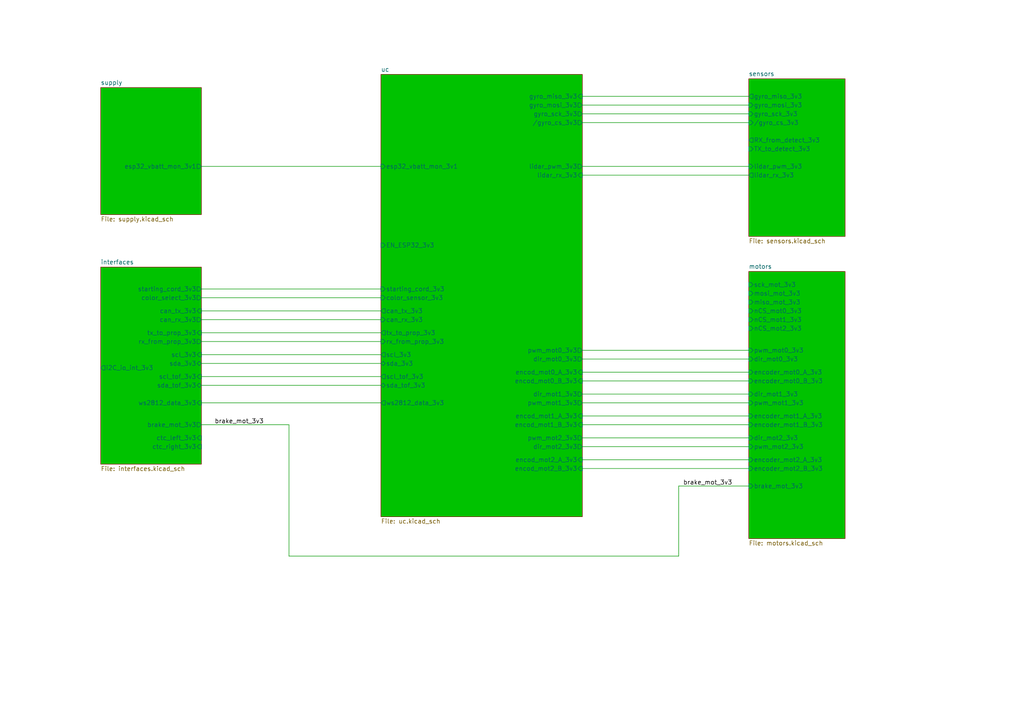
<source format=kicad_sch>
(kicad_sch
	(version 20231120)
	(generator "eeschema")
	(generator_version "8.0")
	(uuid "c1bd5504-d0b2-4cc3-94d1-261f58816249")
	(paper "A4")
	(lib_symbols)
	(wire
		(pts
			(xy 168.91 30.48) (xy 217.17 30.48)
		)
		(stroke
			(width 0)
			(type default)
		)
		(uuid "029ef9c7-5db8-490a-88aa-ed3b161e20e5")
	)
	(wire
		(pts
			(xy 168.91 116.84) (xy 217.17 116.84)
		)
		(stroke
			(width 0)
			(type default)
		)
		(uuid "04fa8afb-2271-4777-bce1-dd39c10db859")
	)
	(wire
		(pts
			(xy 58.42 111.76) (xy 110.49 111.76)
		)
		(stroke
			(width 0)
			(type default)
		)
		(uuid "0e097cb9-844f-4c7e-a224-3900b11edb49")
	)
	(wire
		(pts
			(xy 168.91 107.95) (xy 217.17 107.95)
		)
		(stroke
			(width 0)
			(type default)
		)
		(uuid "233c02aa-1382-4337-a8ea-d2dbc20dadf1")
	)
	(wire
		(pts
			(xy 168.91 135.89) (xy 217.17 135.89)
		)
		(stroke
			(width 0)
			(type default)
		)
		(uuid "2e6e702b-8e7c-48c4-a549-33ae99c6f6e4")
	)
	(wire
		(pts
			(xy 58.42 96.52) (xy 110.49 96.52)
		)
		(stroke
			(width 0)
			(type default)
		)
		(uuid "35fb18f0-df28-4824-9c86-1f101ada4ad7")
	)
	(wire
		(pts
			(xy 58.42 109.22) (xy 110.49 109.22)
		)
		(stroke
			(width 0)
			(type default)
		)
		(uuid "37eef18d-16f7-45ef-b78c-48e1eb49fe9f")
	)
	(wire
		(pts
			(xy 58.42 105.41) (xy 110.49 105.41)
		)
		(stroke
			(width 0)
			(type default)
		)
		(uuid "3f9d41d5-3ccb-470b-b237-fa8457d6346c")
	)
	(wire
		(pts
			(xy 168.91 33.02) (xy 217.17 33.02)
		)
		(stroke
			(width 0)
			(type default)
		)
		(uuid "48c7cc4c-05b3-4390-8416-3fc7ee31e922")
	)
	(wire
		(pts
			(xy 58.42 90.17) (xy 110.49 90.17)
		)
		(stroke
			(width 0)
			(type default)
		)
		(uuid "4d4b74f2-592b-4ba5-80ba-593759f345ff")
	)
	(wire
		(pts
			(xy 58.42 48.26) (xy 110.49 48.26)
		)
		(stroke
			(width 0)
			(type default)
		)
		(uuid "5d84559a-cbf7-45f4-bdd9-499fade1c017")
	)
	(wire
		(pts
			(xy 168.91 120.65) (xy 217.17 120.65)
		)
		(stroke
			(width 0)
			(type default)
		)
		(uuid "68b761ca-3de3-4c43-8c55-0e2b36d3bd22")
	)
	(wire
		(pts
			(xy 58.42 123.19) (xy 83.82 123.19)
		)
		(stroke
			(width 0)
			(type default)
		)
		(uuid "70602e8c-d823-400a-8a9e-7e3b8bcb8206")
	)
	(wire
		(pts
			(xy 168.91 129.54) (xy 217.17 129.54)
		)
		(stroke
			(width 0)
			(type default)
		)
		(uuid "78642b9f-b969-4e2e-919e-f5f23483329a")
	)
	(wire
		(pts
			(xy 168.91 101.6) (xy 217.17 101.6)
		)
		(stroke
			(width 0)
			(type default)
		)
		(uuid "8aa5cf58-458e-40d7-8e34-04712d4d062c")
	)
	(wire
		(pts
			(xy 110.49 102.87) (xy 58.42 102.87)
		)
		(stroke
			(width 0)
			(type default)
		)
		(uuid "8ad244ae-f253-4bba-8121-151178139b92")
	)
	(wire
		(pts
			(xy 217.17 50.8) (xy 168.91 50.8)
		)
		(stroke
			(width 0)
			(type default)
		)
		(uuid "8b04c9d9-bb54-4657-84b3-2e221b0b8665")
	)
	(wire
		(pts
			(xy 58.42 92.71) (xy 110.49 92.71)
		)
		(stroke
			(width 0)
			(type default)
		)
		(uuid "8be086a6-e6af-4fd6-96ce-c52cddbd95d8")
	)
	(wire
		(pts
			(xy 196.85 161.29) (xy 196.85 140.97)
		)
		(stroke
			(width 0)
			(type default)
		)
		(uuid "8eb5e85b-f1d6-4421-b42d-b95244231dd2")
	)
	(wire
		(pts
			(xy 58.42 86.36) (xy 110.49 86.36)
		)
		(stroke
			(width 0)
			(type default)
		)
		(uuid "9c093345-e43e-4ead-a942-5b2928c29e65")
	)
	(wire
		(pts
			(xy 217.17 48.26) (xy 168.91 48.26)
		)
		(stroke
			(width 0)
			(type default)
		)
		(uuid "9e984a78-94b2-454d-9a8c-94a3b865b78c")
	)
	(wire
		(pts
			(xy 168.91 114.3) (xy 217.17 114.3)
		)
		(stroke
			(width 0)
			(type default)
		)
		(uuid "a6ad1d6f-5d95-43be-b9f8-1f72fe7dc2da")
	)
	(wire
		(pts
			(xy 58.42 99.06) (xy 110.49 99.06)
		)
		(stroke
			(width 0)
			(type default)
		)
		(uuid "b08547a6-1478-46fd-925c-e8d1974a1a58")
	)
	(wire
		(pts
			(xy 168.91 133.35) (xy 217.17 133.35)
		)
		(stroke
			(width 0)
			(type default)
		)
		(uuid "b89aa351-4eee-4aef-bfb2-24b4e4d8a678")
	)
	(wire
		(pts
			(xy 168.91 35.56) (xy 217.17 35.56)
		)
		(stroke
			(width 0)
			(type default)
		)
		(uuid "bc183589-744c-4541-aab9-b2202ce19e01")
	)
	(wire
		(pts
			(xy 168.91 104.14) (xy 217.17 104.14)
		)
		(stroke
			(width 0)
			(type default)
		)
		(uuid "c0a17949-1e76-4e4b-8d6f-6184afa7a72d")
	)
	(wire
		(pts
			(xy 168.91 127) (xy 217.17 127)
		)
		(stroke
			(width 0)
			(type default)
		)
		(uuid "c24fe680-99a5-4be2-a1fa-5c27c52dfbcc")
	)
	(wire
		(pts
			(xy 83.82 161.29) (xy 196.85 161.29)
		)
		(stroke
			(width 0)
			(type default)
		)
		(uuid "c2d83d0b-378b-4d26-bda1-d4c495d2d233")
	)
	(wire
		(pts
			(xy 168.91 123.19) (xy 217.17 123.19)
		)
		(stroke
			(width 0)
			(type default)
		)
		(uuid "c769e917-a1dd-4777-a86e-f24cd48bf9bd")
	)
	(wire
		(pts
			(xy 83.82 123.19) (xy 83.82 161.29)
		)
		(stroke
			(width 0)
			(type default)
		)
		(uuid "d1de0601-fbf5-4ee0-a7c8-1de0fe82bca5")
	)
	(wire
		(pts
			(xy 196.85 140.97) (xy 217.17 140.97)
		)
		(stroke
			(width 0)
			(type default)
		)
		(uuid "eafc3ac4-498e-41a7-9e53-3f5c298ec405")
	)
	(wire
		(pts
			(xy 168.91 110.49) (xy 217.17 110.49)
		)
		(stroke
			(width 0)
			(type default)
		)
		(uuid "ed1364fc-150a-443f-a553-e27a5f7d8e62")
	)
	(wire
		(pts
			(xy 58.42 116.84) (xy 110.49 116.84)
		)
		(stroke
			(width 0)
			(type default)
		)
		(uuid "ef774c71-659d-400a-9681-683a7e74ab14")
	)
	(wire
		(pts
			(xy 58.42 83.82) (xy 110.49 83.82)
		)
		(stroke
			(width 0)
			(type default)
		)
		(uuid "f5992c57-6ed3-48e0-adc1-133ef3fb5aa8")
	)
	(wire
		(pts
			(xy 168.91 27.94) (xy 217.17 27.94)
		)
		(stroke
			(width 0)
			(type default)
		)
		(uuid "f880272f-3704-4264-9ba6-5e374832e932")
	)
	(label "brake_mot_3v3"
		(at 62.23 123.19 0)
		(effects
			(font
				(size 1.27 1.27)
			)
			(justify left bottom)
		)
		(uuid "5cfd1427-78e7-4a02-80a2-0d9ffd5ffa89")
	)
	(label "brake_mot_3v3"
		(at 198.12 140.97 0)
		(effects
			(font
				(size 1.27 1.27)
			)
			(justify left bottom)
		)
		(uuid "9e0d770c-bf88-4e1e-b02b-a87279c61a60")
	)
	(sheet
		(at 110.49 21.59)
		(size 58.42 128.27)
		(fields_autoplaced yes)
		(stroke
			(width 0.1524)
			(type solid)
		)
		(fill
			(color 0 194 0 1.0000)
		)
		(uuid "0627c134-32e1-430c-bbd1-677b8ecf53c1")
		(property "Sheetname" "uc"
			(at 110.49 20.8784 0)
			(effects
				(font
					(size 1.27 1.27)
				)
				(justify left bottom)
			)
		)
		(property "Sheetfile" "uc.kicad_sch"
			(at 110.49 150.4446 0)
			(effects
				(font
					(size 1.27 1.27)
				)
				(justify left top)
			)
		)
		(pin "esp32_vbatt_mon_3v1" input
			(at 110.49 48.26 180)
			(effects
				(font
					(size 1.27 1.27)
				)
				(justify left)
			)
			(uuid "9a904c09-f6c2-49f0-b264-fc88c20f7bf6")
		)
		(pin "scl_3v3" output
			(at 110.49 102.87 180)
			(effects
				(font
					(size 1.27 1.27)
				)
				(justify left)
			)
			(uuid "23cf12d7-67ae-4c26-aa2a-05a7b87c97b6")
		)
		(pin "sda_3v3" tri_state
			(at 110.49 105.41 180)
			(effects
				(font
					(size 1.27 1.27)
				)
				(justify left)
			)
			(uuid "38665470-1e64-45e6-8091-513e6773908a")
		)
		(pin "gyro_sck_3v3" output
			(at 168.91 33.02 0)
			(effects
				(font
					(size 1.27 1.27)
				)
				(justify right)
			)
			(uuid "51c8daef-032e-40a1-9741-ae64a481f048")
		)
		(pin "{slash}gyro_cs_3v3" output
			(at 168.91 35.56 0)
			(effects
				(font
					(size 1.27 1.27)
				)
				(justify right)
			)
			(uuid "83eff735-aab1-46c4-ad31-c0739bed28f6")
		)
		(pin "gyro_miso_3v3" input
			(at 168.91 27.94 0)
			(effects
				(font
					(size 1.27 1.27)
				)
				(justify right)
			)
			(uuid "7d583d05-28c2-4f4c-9932-f7818682a7c6")
		)
		(pin "gyro_mosi_3v3" output
			(at 168.91 30.48 0)
			(effects
				(font
					(size 1.27 1.27)
				)
				(justify right)
			)
			(uuid "39d19e2e-b942-472d-befd-6c528c7a8a6c")
		)
		(pin "tx_to_prop_3v3" output
			(at 110.49 96.52 180)
			(effects
				(font
					(size 1.27 1.27)
				)
				(justify left)
			)
			(uuid "70ba148d-d535-4c08-af58-b195c4b756a5")
		)
		(pin "rx_from_prop_3v3" input
			(at 110.49 99.06 180)
			(effects
				(font
					(size 1.27 1.27)
				)
				(justify left)
			)
			(uuid "d87474f8-b7c0-4b49-ba5e-d7bc1f363d41")
		)
		(pin "scl_tof_3v3" output
			(at 110.49 109.22 180)
			(effects
				(font
					(size 1.27 1.27)
				)
				(justify left)
			)
			(uuid "a71b0344-d192-481e-a8c9-956721ec3116")
		)
		(pin "sda_tof_3v3" bidirectional
			(at 110.49 111.76 180)
			(effects
				(font
					(size 1.27 1.27)
				)
				(justify left)
			)
			(uuid "1d918e90-c6b2-4e98-bfe3-39cf41150852")
		)
		(pin "EN_ESP32_3v3" input
			(at 110.49 71.12 180)
			(effects
				(font
					(size 1.27 1.27)
				)
				(justify left)
			)
			(uuid "0836d650-ce8d-456c-ae3d-30dae6d55dcb")
		)
		(pin "color_sensor_3v3" input
			(at 110.49 86.36 180)
			(effects
				(font
					(size 1.27 1.27)
				)
				(justify left)
			)
			(uuid "c7f547c3-ac31-49b5-abd3-a67ecfc66e71")
		)
		(pin "encod_mot2_A_3v3" input
			(at 168.91 133.35 0)
			(effects
				(font
					(size 1.27 1.27)
				)
				(justify right)
			)
			(uuid "7f9b4f79-1d2b-468c-b620-9f5ed5d7af50")
		)
		(pin "encod_mot1_A_3v3" input
			(at 168.91 120.65 0)
			(effects
				(font
					(size 1.27 1.27)
				)
				(justify right)
			)
			(uuid "c97ba7e4-161f-45b6-8450-17d9a69d9d54")
		)
		(pin "encod_mot1_B_3v3" input
			(at 168.91 123.19 0)
			(effects
				(font
					(size 1.27 1.27)
				)
				(justify right)
			)
			(uuid "ff07a6dc-a64a-4551-b694-bf04d051d3cd")
		)
		(pin "encod_mot0_B_3v3" input
			(at 168.91 110.49 0)
			(effects
				(font
					(size 1.27 1.27)
				)
				(justify right)
			)
			(uuid "18e069ee-3ab1-4486-a64f-e0b3bb7ec108")
		)
		(pin "encod_mot2_B_3v3" input
			(at 168.91 135.89 0)
			(effects
				(font
					(size 1.27 1.27)
				)
				(justify right)
			)
			(uuid "1d968c7b-e0eb-4a77-b86f-4d6076bd9765")
		)
		(pin "dir_mot0_3v3" output
			(at 168.91 104.14 0)
			(effects
				(font
					(size 1.27 1.27)
				)
				(justify right)
			)
			(uuid "ffbb29e2-b8fd-405f-85df-9889f49a9a06")
		)
		(pin "pwm_mot0_3v3" output
			(at 168.91 101.6 0)
			(effects
				(font
					(size 1.27 1.27)
				)
				(justify right)
			)
			(uuid "fc1af399-070e-4b8b-abbf-3051d6e5cf35")
		)
		(pin "dir_mot2_3v3" output
			(at 168.91 129.54 0)
			(effects
				(font
					(size 1.27 1.27)
				)
				(justify right)
			)
			(uuid "7773543e-c358-4e79-9766-20e816a65ead")
		)
		(pin "dir_mot1_3v3" output
			(at 168.91 114.3 0)
			(effects
				(font
					(size 1.27 1.27)
				)
				(justify right)
			)
			(uuid "c868613d-8e19-418f-9d8e-1e43d1a3c9a9")
		)
		(pin "pwm_mot1_3v3" output
			(at 168.91 116.84 0)
			(effects
				(font
					(size 1.27 1.27)
				)
				(justify right)
			)
			(uuid "0a227d69-fa89-40c4-a7bf-bb90eb6b0277")
		)
		(pin "can_rx_3v3" input
			(at 110.49 92.71 180)
			(effects
				(font
					(size 1.27 1.27)
				)
				(justify left)
			)
			(uuid "fd080d87-31d7-4817-b589-73104e4993c0")
		)
		(pin "encod_mot0_A_3v3" input
			(at 168.91 107.95 0)
			(effects
				(font
					(size 1.27 1.27)
				)
				(justify right)
			)
			(uuid "c61a7e43-1286-4a57-b375-bf4f7090aba7")
		)
		(pin "pwm_mot2_3v3" output
			(at 168.91 127 0)
			(effects
				(font
					(size 1.27 1.27)
				)
				(justify right)
			)
			(uuid "c58263f1-4463-4d3d-9b86-52565316c05e")
		)
		(pin "starting_cord_3v3" input
			(at 110.49 83.82 180)
			(effects
				(font
					(size 1.27 1.27)
				)
				(justify left)
			)
			(uuid "753c1296-42f9-4e99-b137-061effa29883")
		)
		(pin "can_tx_3v3" output
			(at 110.49 90.17 180)
			(effects
				(font
					(size 1.27 1.27)
				)
				(justify left)
			)
			(uuid "19c219c3-a952-4cfb-bdb1-0b497d9cc826")
		)
		(pin "lidar_pwm_3v3" output
			(at 168.91 48.26 0)
			(effects
				(font
					(size 1.27 1.27)
				)
				(justify right)
			)
			(uuid "c40d4c7f-701b-4a1a-a8a9-f2b51a464adc")
		)
		(pin "lidar_rx_3v3" input
			(at 168.91 50.8 0)
			(effects
				(font
					(size 1.27 1.27)
				)
				(justify right)
			)
			(uuid "472c2545-51d2-4da5-8223-e57f673d8efe")
		)
		(pin "ws2812_data_3v3" output
			(at 110.49 116.84 180)
			(effects
				(font
					(size 1.27 1.27)
				)
				(justify left)
			)
			(uuid "dee248a4-1240-4e91-90f8-6c78c1be2b11")
		)
		(instances
			(project "sabotter_2026"
				(path "/c1bd5504-d0b2-4cc3-94d1-261f58816249"
					(page "3")
				)
			)
		)
	)
	(sheet
		(at 217.17 78.74)
		(size 27.94 77.47)
		(fields_autoplaced yes)
		(stroke
			(width 0.1524)
			(type solid)
		)
		(fill
			(color 0 194 0 1.0000)
		)
		(uuid "11696dad-2dfc-4360-945c-24904b2d5e80")
		(property "Sheetname" "motors"
			(at 217.17 78.0284 0)
			(effects
				(font
					(size 1.27 1.27)
				)
				(justify left bottom)
			)
		)
		(property "Sheetfile" "motors.kicad_sch"
			(at 217.17 156.7946 0)
			(effects
				(font
					(size 1.27 1.27)
				)
				(justify left top)
			)
		)
		(pin "sck_mot_3v3" input
			(at 217.17 82.55 180)
			(effects
				(font
					(size 1.27 1.27)
				)
				(justify left)
			)
			(uuid "be65290b-1b0d-42a5-996f-2995345ceb32")
		)
		(pin "mosi_mot_3v3" input
			(at 217.17 85.09 180)
			(effects
				(font
					(size 1.27 1.27)
				)
				(justify left)
			)
			(uuid "084f0922-040e-489d-b4fc-1dbae36ab09a")
		)
		(pin "miso_mot_3v3" input
			(at 217.17 87.63 180)
			(effects
				(font
					(size 1.27 1.27)
				)
				(justify left)
			)
			(uuid "39593571-8b68-4711-ad64-0adad40ceafb")
		)
		(pin "nCS_mot2_3v3" input
			(at 217.17 95.25 180)
			(effects
				(font
					(size 1.27 1.27)
				)
				(justify left)
			)
			(uuid "98b3868e-909c-409e-8c08-002484f50289")
		)
		(pin "pwm_mot2_3v3" input
			(at 217.17 129.54 180)
			(effects
				(font
					(size 1.27 1.27)
				)
				(justify left)
			)
			(uuid "79707fed-5012-4709-bd49-bb4644f5ba15")
		)
		(pin "dir_mot2_3v3" input
			(at 217.17 127 180)
			(effects
				(font
					(size 1.27 1.27)
				)
				(justify left)
			)
			(uuid "b813cad8-c69e-48f4-b7d4-c52f9d933565")
		)
		(pin "encoder_mot2_B_3v3" input
			(at 217.17 135.89 180)
			(effects
				(font
					(size 1.27 1.27)
				)
				(justify left)
			)
			(uuid "74b860fc-5307-4c91-9da5-cbbf7b94bd24")
		)
		(pin "encoder_mot2_A_3v3" input
			(at 217.17 133.35 180)
			(effects
				(font
					(size 1.27 1.27)
				)
				(justify left)
			)
			(uuid "f21506a5-caaa-440e-8e51-0e876824aa23")
		)
		(pin "nCS_mot1_3v3" input
			(at 217.17 92.71 180)
			(effects
				(font
					(size 1.27 1.27)
				)
				(justify left)
			)
			(uuid "3ec2e8f5-66e1-4f46-8ccf-faa16a35b409")
		)
		(pin "nCS_mot0_3v3" input
			(at 217.17 90.17 180)
			(effects
				(font
					(size 1.27 1.27)
				)
				(justify left)
			)
			(uuid "b1bc26d4-0218-49cc-b101-68dcc5863022")
		)
		(pin "dir_mot1_3v3" input
			(at 217.17 114.3 180)
			(effects
				(font
					(size 1.27 1.27)
				)
				(justify left)
			)
			(uuid "b9e8adad-1cf9-43d1-83f5-911229c0cc1b")
		)
		(pin "pwm_mot1_3v3" input
			(at 217.17 116.84 180)
			(effects
				(font
					(size 1.27 1.27)
				)
				(justify left)
			)
			(uuid "2a4d9d82-b152-4392-9f17-5efd20e4f16c")
		)
		(pin "encoder_mot1_A_3v3" input
			(at 217.17 120.65 180)
			(effects
				(font
					(size 1.27 1.27)
				)
				(justify left)
			)
			(uuid "6e69d8aa-eb64-466d-b5a5-7a71c00c8e5c")
		)
		(pin "encoder_mot1_B_3v3" input
			(at 217.17 123.19 180)
			(effects
				(font
					(size 1.27 1.27)
				)
				(justify left)
			)
			(uuid "9a108dfe-511d-4aa4-ab88-93ccfdf81d6c")
		)
		(pin "encoder_mot0_B_3v3" input
			(at 217.17 110.49 180)
			(effects
				(font
					(size 1.27 1.27)
				)
				(justify left)
			)
			(uuid "f75db591-0ac3-4a30-bccf-7469d95ff769")
		)
		(pin "encoder_mot0_A_3v3" input
			(at 217.17 107.95 180)
			(effects
				(font
					(size 1.27 1.27)
				)
				(justify left)
			)
			(uuid "717a8734-4384-419d-8f18-c2e2e3c295e0")
		)
		(pin "brake_mot_3v3" input
			(at 217.17 140.97 180)
			(effects
				(font
					(size 1.27 1.27)
				)
				(justify left)
			)
			(uuid "47cea48d-4ecc-466e-8374-47a00fad6998")
		)
		(pin "dir_mot0_3v3" input
			(at 217.17 104.14 180)
			(effects
				(font
					(size 1.27 1.27)
				)
				(justify left)
			)
			(uuid "cd79edb7-c8b1-46e6-8a4c-10c869b99a16")
		)
		(pin "pwm_mot0_3v3" input
			(at 217.17 101.6 180)
			(effects
				(font
					(size 1.27 1.27)
				)
				(justify left)
			)
			(uuid "5ce64380-303a-4032-be19-3e39f7d50770")
		)
		(instances
			(project "sabotter_2026"
				(path "/c1bd5504-d0b2-4cc3-94d1-261f58816249"
					(page "6")
				)
			)
		)
	)
	(sheet
		(at 29.21 77.47)
		(size 29.21 57.15)
		(fields_autoplaced yes)
		(stroke
			(width 0.1524)
			(type solid)
		)
		(fill
			(color 0 194 0 1.0000)
		)
		(uuid "439dcae9-6546-432b-950f-930c999bef05")
		(property "Sheetname" "interfaces"
			(at 29.21 76.7584 0)
			(effects
				(font
					(size 1.27 1.27)
				)
				(justify left bottom)
			)
		)
		(property "Sheetfile" "interfaces.kicad_sch"
			(at 29.21 135.2046 0)
			(effects
				(font
					(size 1.27 1.27)
				)
				(justify left top)
			)
		)
		(pin "starting_cord_3v3" output
			(at 58.42 83.82 0)
			(effects
				(font
					(size 1.27 1.27)
				)
				(justify right)
			)
			(uuid "12aa9fc8-7d1a-4408-a8a6-753a59c5f79c")
		)
		(pin "color_select_3v3" output
			(at 58.42 86.36 0)
			(effects
				(font
					(size 1.27 1.27)
				)
				(justify right)
			)
			(uuid "0f0d3468-59d3-43c0-b3db-b928b83f7dd0")
		)
		(pin "can_tx_3v3" input
			(at 58.42 90.17 0)
			(effects
				(font
					(size 1.27 1.27)
				)
				(justify right)
			)
			(uuid "3b475c62-68a0-4759-8ab3-d20cb04190ad")
		)
		(pin "can_rx_3v3" output
			(at 58.42 92.71 0)
			(effects
				(font
					(size 1.27 1.27)
				)
				(justify right)
			)
			(uuid "1f71599f-9c47-4cba-be64-c71162a78323")
		)
		(pin "tx_to_prop_3v3" input
			(at 58.42 96.52 0)
			(effects
				(font
					(size 1.27 1.27)
				)
				(justify right)
			)
			(uuid "f53bb48e-3a18-4826-ae54-88c857b84572")
		)
		(pin "rx_from_prop_3v3" output
			(at 58.42 99.06 0)
			(effects
				(font
					(size 1.27 1.27)
				)
				(justify right)
			)
			(uuid "c5a8ddfa-07b2-4bf3-8dfe-84c9d9498907")
		)
		(pin "scl_3v3" input
			(at 58.42 102.87 0)
			(effects
				(font
					(size 1.27 1.27)
				)
				(justify right)
			)
			(uuid "78ef9d74-4d7a-4638-9bc2-2384445369f6")
		)
		(pin "sda_3v3" bidirectional
			(at 58.42 105.41 0)
			(effects
				(font
					(size 1.27 1.27)
				)
				(justify right)
			)
			(uuid "026a8661-1335-4373-9d58-a63351d7e4ca")
		)
		(pin "sda_tof_3v3" bidirectional
			(at 58.42 111.76 0)
			(effects
				(font
					(size 1.27 1.27)
				)
				(justify right)
			)
			(uuid "88eb297f-04e3-45ee-a099-f96a0c3daae2")
		)
		(pin "scl_tof_3v3" input
			(at 58.42 109.22 0)
			(effects
				(font
					(size 1.27 1.27)
				)
				(justify right)
			)
			(uuid "1b045283-5c87-467d-b365-d25e938dd814")
		)
		(pin "ws2812_data_3v3" input
			(at 58.42 116.84 0)
			(effects
				(font
					(size 1.27 1.27)
				)
				(justify right)
			)
			(uuid "60b99f39-7002-4fcf-b518-3a0eb1d402f3")
		)
		(pin "i2C_io_int_3v3" output
			(at 29.21 106.68 180)
			(effects
				(font
					(size 1.27 1.27)
				)
				(justify left)
			)
			(uuid "56264f91-068f-45fc-8075-d559c0796548")
		)
		(pin "brake_mot_3v3" output
			(at 58.42 123.19 0)
			(effects
				(font
					(size 1.27 1.27)
				)
				(justify right)
			)
			(uuid "d47d18ee-a1a9-456f-91b8-5b434d9a196b")
		)
		(pin "ctc_left_3v3" input
			(at 58.42 127 0)
			(effects
				(font
					(size 1.27 1.27)
				)
				(justify right)
			)
			(uuid "282098ab-6b90-48a8-85b6-0e64baa8dd51")
		)
		(pin "ctc_right_3v3" input
			(at 58.42 129.54 0)
			(effects
				(font
					(size 1.27 1.27)
				)
				(justify right)
			)
			(uuid "cfdaa4bd-3c9e-4d4f-add2-f141fe7c26ba")
		)
		(instances
			(project "sabotter_2026"
				(path "/c1bd5504-d0b2-4cc3-94d1-261f58816249"
					(page "5")
				)
			)
		)
	)
	(sheet
		(at 217.17 22.86)
		(size 27.94 45.72)
		(fields_autoplaced yes)
		(stroke
			(width 0.1524)
			(type solid)
		)
		(fill
			(color 0 194 0 1.0000)
		)
		(uuid "50799ad4-96a6-4cb7-b096-7e4b64a99448")
		(property "Sheetname" "sensors"
			(at 217.17 22.1484 0)
			(effects
				(font
					(size 1.27 1.27)
				)
				(justify left bottom)
			)
		)
		(property "Sheetfile" "sensors.kicad_sch"
			(at 217.17 69.1646 0)
			(effects
				(font
					(size 1.27 1.27)
				)
				(justify left top)
			)
		)
		(pin "lidar_pwm_3v3" input
			(at 217.17 48.26 180)
			(effects
				(font
					(size 1.27 1.27)
				)
				(justify left)
			)
			(uuid "7fe2560a-10d8-4995-91b6-41f4ee302fc4")
		)
		(pin "gyro_miso_3v3" output
			(at 217.17 27.94 180)
			(effects
				(font
					(size 1.27 1.27)
				)
				(justify left)
			)
			(uuid "1908bb60-c185-466b-a548-dd2226a76701")
		)
		(pin "gyro_mosi_3v3" input
			(at 217.17 30.48 180)
			(effects
				(font
					(size 1.27 1.27)
				)
				(justify left)
			)
			(uuid "fecd7863-16e9-412e-9ab8-f5312a0f88d7")
		)
		(pin "{slash}gyro_cs_3v3" input
			(at 217.17 35.56 180)
			(effects
				(font
					(size 1.27 1.27)
				)
				(justify left)
			)
			(uuid "bdb3a572-55df-4d5c-bfa5-432e7b0d406f")
		)
		(pin "gyro_sck_3v3" input
			(at 217.17 33.02 180)
			(effects
				(font
					(size 1.27 1.27)
				)
				(justify left)
			)
			(uuid "3a106a5c-1840-4219-b1a6-7bf75a62601c")
		)
		(pin "RX_from_detect_3v3" output
			(at 217.17 40.64 180)
			(effects
				(font
					(size 1.27 1.27)
				)
				(justify left)
			)
			(uuid "f9af587a-9bf0-49fd-a5ed-1520caa87246")
		)
		(pin "TX_to_detect_3v3" input
			(at 217.17 43.18 180)
			(effects
				(font
					(size 1.27 1.27)
				)
				(justify left)
			)
			(uuid "9ed6fdff-97b1-4a64-b00b-2726ccb74c9d")
		)
		(pin "lidar_rx_3v3" output
			(at 217.17 50.8 180)
			(effects
				(font
					(size 1.27 1.27)
				)
				(justify left)
			)
			(uuid "0ff480ff-26ea-43ae-9e71-3fb2c7db62bb")
		)
		(instances
			(project "sabotter_2026"
				(path "/c1bd5504-d0b2-4cc3-94d1-261f58816249"
					(page "4")
				)
			)
		)
	)
	(sheet
		(at 29.21 25.4)
		(size 29.21 36.83)
		(fields_autoplaced yes)
		(stroke
			(width 0.1524)
			(type solid)
		)
		(fill
			(color 0 194 0 1.0000)
		)
		(uuid "a8dc254c-2033-4989-9d4d-b55c4e9961fb")
		(property "Sheetname" "supply"
			(at 29.21 24.6884 0)
			(effects
				(font
					(size 1.27 1.27)
				)
				(justify left bottom)
			)
		)
		(property "Sheetfile" "supply.kicad_sch"
			(at 29.21 62.8146 0)
			(effects
				(font
					(size 1.27 1.27)
				)
				(justify left top)
			)
		)
		(pin "esp32_vbatt_mon_3v1" output
			(at 58.42 48.26 0)
			(effects
				(font
					(size 1.27 1.27)
				)
				(justify right)
			)
			(uuid "b6bbdfb3-24a0-4746-8ea1-2e52d78340af")
		)
		(instances
			(project "sabotter_2026"
				(path "/c1bd5504-d0b2-4cc3-94d1-261f58816249"
					(page "2")
				)
			)
		)
	)
	(sheet_instances
		(path "/"
			(page "1")
		)
	)
)

</source>
